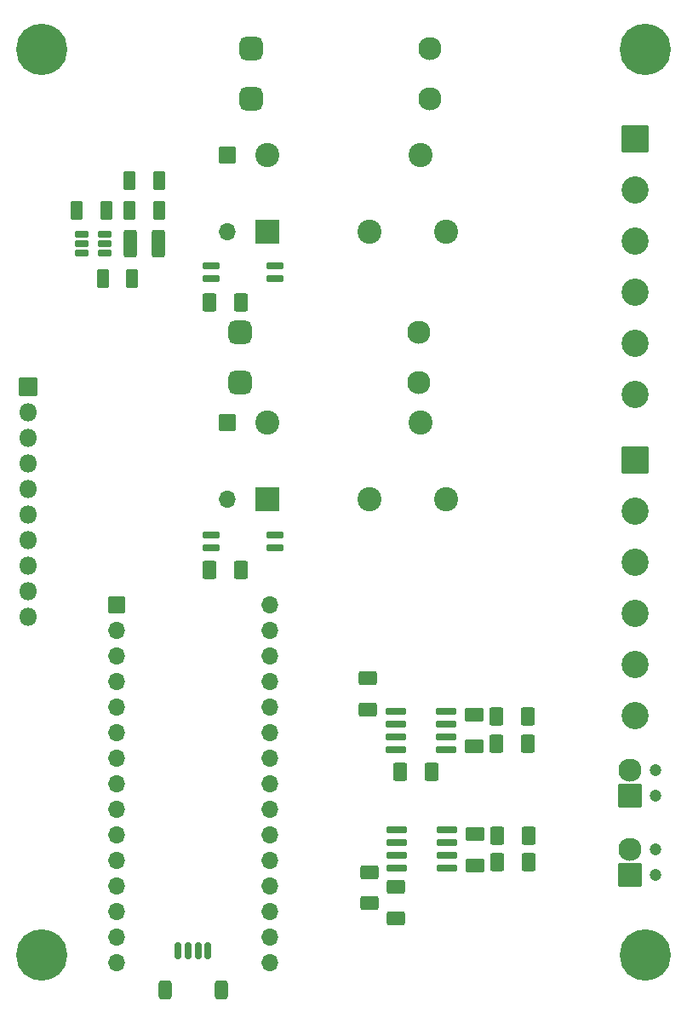
<source format=gbr>
%TF.GenerationSoftware,KiCad,Pcbnew,8.0.5*%
%TF.CreationDate,2024-09-29T22:12:38-04:00*%
%TF.ProjectId,BREAD_Slice,42524541-445f-4536-9c69-63652e6b6963,rev?*%
%TF.SameCoordinates,PX74eba40PY8552dc0*%
%TF.FileFunction,Soldermask,Bot*%
%TF.FilePolarity,Negative*%
%FSLAX46Y46*%
G04 Gerber Fmt 4.6, Leading zero omitted, Abs format (unit mm)*
G04 Created by KiCad (PCBNEW 8.0.5) date 2024-09-29 22:12:38*
%MOMM*%
%LPD*%
G01*
G04 APERTURE LIST*
G04 Aperture macros list*
%AMRoundRect*
0 Rectangle with rounded corners*
0 $1 Rounding radius*
0 $2 $3 $4 $5 $6 $7 $8 $9 X,Y pos of 4 corners*
0 Add a 4 corners polygon primitive as box body*
4,1,4,$2,$3,$4,$5,$6,$7,$8,$9,$2,$3,0*
0 Add four circle primitives for the rounded corners*
1,1,$1+$1,$2,$3*
1,1,$1+$1,$4,$5*
1,1,$1+$1,$6,$7*
1,1,$1+$1,$8,$9*
0 Add four rect primitives between the rounded corners*
20,1,$1+$1,$2,$3,$4,$5,0*
20,1,$1+$1,$4,$5,$6,$7,0*
20,1,$1+$1,$6,$7,$8,$9,0*
20,1,$1+$1,$8,$9,$2,$3,0*%
G04 Aperture macros list end*
%ADD10C,5.100000*%
%ADD11RoundRect,0.050000X-0.800000X-0.800000X0.800000X-0.800000X0.800000X0.800000X-0.800000X0.800000X0*%
%ADD12O,1.700000X1.700000*%
%ADD13RoundRect,0.050000X-0.850000X-0.850000X0.850000X-0.850000X0.850000X0.850000X-0.850000X0.850000X0*%
%ADD14O,1.800000X1.800000*%
%ADD15RoundRect,0.050000X-0.800000X0.800000X-0.800000X-0.800000X0.800000X-0.800000X0.800000X0.800000X0*%
%ADD16C,1.200000*%
%ADD17RoundRect,0.050000X1.100000X-1.100000X1.100000X1.100000X-1.100000X1.100000X-1.100000X-1.100000X0*%
%ADD18C,2.300000*%
%ADD19RoundRect,0.575000X-0.575000X-0.575000X0.575000X-0.575000X0.575000X0.575000X-0.575000X0.575000X0*%
%ADD20RoundRect,0.050000X1.150000X1.150000X-1.150000X1.150000X-1.150000X-1.150000X1.150000X-1.150000X0*%
%ADD21C,2.400000*%
%ADD22RoundRect,0.050000X-1.300000X1.300000X-1.300000X-1.300000X1.300000X-1.300000X1.300000X1.300000X0*%
%ADD23C,2.700000*%
%ADD24RoundRect,0.175000X0.687500X0.175000X-0.687500X0.175000X-0.687500X-0.175000X0.687500X-0.175000X0*%
%ADD25RoundRect,0.269231X0.655769X-0.430769X0.655769X0.430769X-0.655769X0.430769X-0.655769X-0.430769X0*%
%ADD26RoundRect,0.175000X0.175000X0.650000X-0.175000X0.650000X-0.175000X-0.650000X0.175000X-0.650000X0*%
%ADD27RoundRect,0.270833X0.379167X0.679167X-0.379167X0.679167X-0.379167X-0.679167X0.379167X-0.679167X0*%
%ADD28RoundRect,0.269231X-0.430769X-0.655769X0.430769X-0.655769X0.430769X0.655769X-0.430769X0.655769X0*%
%ADD29RoundRect,0.271739X-0.353261X-0.678261X0.353261X-0.678261X0.353261X0.678261X-0.353261X0.678261X0*%
%ADD30RoundRect,0.269231X-0.655769X0.430769X-0.655769X-0.430769X0.655769X-0.430769X0.655769X0.430769X0*%
%ADD31RoundRect,0.175000X0.850000X0.175000X-0.850000X0.175000X-0.850000X-0.175000X0.850000X-0.175000X0*%
%ADD32RoundRect,0.268868X0.681132X-0.443632X0.681132X0.443632X-0.681132X0.443632X-0.681132X-0.443632X0*%
%ADD33RoundRect,0.270000X-0.405000X-1.105000X0.405000X-1.105000X0.405000X1.105000X-0.405000X1.105000X0*%
%ADD34RoundRect,0.271739X0.353261X0.678261X-0.353261X0.678261X-0.353261X-0.678261X0.353261X-0.678261X0*%
%ADD35RoundRect,0.175000X-0.537500X-0.175000X0.537500X-0.175000X0.537500X0.175000X-0.537500X0.175000X0*%
%ADD36RoundRect,0.269231X0.430769X0.655769X-0.430769X0.655769X-0.430769X-0.655769X0.430769X-0.655769X0*%
G04 APERTURE END LIST*
D10*
%TO.C,H1*%
X5000000Y95000000D03*
%TD*%
%TO.C,H3*%
X65000000Y95000000D03*
%TD*%
%TO.C,H2*%
X5000000Y5000000D03*
%TD*%
%TO.C,H4*%
X65000000Y5000000D03*
%TD*%
D11*
%TO.C,A1*%
X12400000Y39800000D03*
D12*
X12400000Y37260000D03*
X12400000Y34720000D03*
X12400000Y32180000D03*
X12400000Y29640000D03*
X12400000Y27100000D03*
X12400000Y24560000D03*
X12400000Y22020000D03*
X12400000Y19480000D03*
X12400000Y16940000D03*
X12400000Y14400000D03*
X12400000Y11860000D03*
X12400000Y9320000D03*
X12400000Y6780000D03*
X12400000Y4240000D03*
X27640000Y4240000D03*
X27640000Y6780000D03*
X27640000Y9320000D03*
X27640000Y11860000D03*
X27640000Y14400000D03*
X27640000Y16940000D03*
X27640000Y19480000D03*
X27640000Y22020000D03*
X27640000Y24560000D03*
X27640000Y27100000D03*
X27640000Y29640000D03*
X27640000Y32180000D03*
X27640000Y34720000D03*
X27640000Y37260000D03*
X27640000Y39800000D03*
%TD*%
D13*
%TO.C,J2*%
X3600000Y61450000D03*
D14*
X3600000Y58910000D03*
X3600000Y56370000D03*
X3600000Y53830000D03*
X3600000Y51290000D03*
X3600000Y48750000D03*
X3600000Y46210000D03*
X3600000Y43670000D03*
X3600000Y41130000D03*
X3600000Y38590000D03*
%TD*%
D15*
%TO.C,D3*%
X23400000Y57910000D03*
D12*
X23400000Y50290000D03*
%TD*%
D16*
%TO.C,J3*%
X66040000Y20800000D03*
X66040000Y23340000D03*
D17*
X63500000Y20800000D03*
D18*
X63500000Y23340000D03*
%TD*%
D19*
%TO.C,F2*%
X24700000Y66900000D03*
X24700000Y61900000D03*
D18*
X42500000Y66900000D03*
X42500000Y61900000D03*
%TD*%
D20*
%TO.C,K2*%
X27425000Y50300000D03*
D21*
X37585000Y50300000D03*
X45205000Y50300000D03*
X42665000Y57920000D03*
X27425000Y57920000D03*
%TD*%
D19*
%TO.C,F1*%
X25800000Y95100000D03*
X25800000Y90100000D03*
D18*
X43600000Y95100000D03*
X43600000Y90100000D03*
%TD*%
D15*
%TO.C,D2*%
X23400000Y84510000D03*
D12*
X23400000Y76890000D03*
%TD*%
D22*
%TO.C,J5*%
X64000000Y86100000D03*
D23*
X64000000Y81020000D03*
X64000000Y75940000D03*
X64000000Y70860000D03*
X64000000Y65780000D03*
X64000000Y60700000D03*
%TD*%
D16*
%TO.C,J4*%
X66040000Y12960000D03*
X66040000Y15500000D03*
D17*
X63500000Y12960000D03*
D18*
X63500000Y15500000D03*
%TD*%
D20*
%TO.C,K1*%
X27425000Y76900000D03*
D21*
X37585000Y76900000D03*
X45205000Y76900000D03*
X42665000Y84520000D03*
X27425000Y84520000D03*
%TD*%
D22*
%TO.C,J6*%
X63995000Y54200000D03*
D23*
X63995000Y49120000D03*
X63995000Y44040000D03*
X63995000Y38960000D03*
X63995000Y33880000D03*
X63995000Y28800000D03*
%TD*%
D24*
%TO.C,U4*%
X28187500Y73535000D03*
X28187500Y72265000D03*
X21812500Y72265000D03*
X21812500Y73535000D03*
%TD*%
D25*
%TO.C,R3*%
X40183810Y8660000D03*
X40183810Y11760000D03*
%TD*%
%TO.C,R2*%
X37400000Y29400000D03*
X37400000Y32500000D03*
%TD*%
D26*
%TO.C,J1*%
X21510000Y5400000D03*
X20510000Y5400000D03*
X19510000Y5400000D03*
X18510000Y5400000D03*
D27*
X22810000Y1525000D03*
X17210000Y1525000D03*
%TD*%
D28*
%TO.C,FB3*%
X50283810Y14210000D03*
X53383810Y14210000D03*
%TD*%
D29*
%TO.C,C3*%
X13725000Y79000000D03*
X16675000Y79000000D03*
%TD*%
D30*
%TO.C,R4*%
X37583810Y13260000D03*
X37583810Y10160000D03*
%TD*%
D28*
%TO.C,FB4*%
X50283810Y16900000D03*
X53383810Y16900000D03*
%TD*%
%TO.C,R5*%
X21650000Y69900000D03*
X24750000Y69900000D03*
%TD*%
D31*
%TO.C,U3*%
X45258810Y17415000D03*
X45258810Y16145000D03*
X45258810Y14875000D03*
X45258810Y13605000D03*
X40308810Y13605000D03*
X40308810Y14875000D03*
X40308810Y16145000D03*
X40308810Y17415000D03*
%TD*%
D32*
%TO.C,C5*%
X47950000Y25737500D03*
X47950000Y28862500D03*
%TD*%
D29*
%TO.C,C4*%
X13725000Y82000000D03*
X16675000Y82000000D03*
%TD*%
D28*
%TO.C,R6*%
X21650000Y43300000D03*
X24750000Y43300000D03*
%TD*%
D33*
%TO.C,L1*%
X13800000Y75700000D03*
X16600000Y75700000D03*
%TD*%
D34*
%TO.C,C1*%
X11375000Y79000000D03*
X8425000Y79000000D03*
%TD*%
D28*
%TO.C,FB2*%
X50200000Y28700000D03*
X53300000Y28700000D03*
%TD*%
D24*
%TO.C,U5*%
X28187500Y46735000D03*
X28187500Y45465000D03*
X21812500Y45465000D03*
X21812500Y46735000D03*
%TD*%
D31*
%TO.C,U2*%
X45175000Y29215000D03*
X45175000Y27945000D03*
X45175000Y26675000D03*
X45175000Y25405000D03*
X40225000Y25405000D03*
X40225000Y26675000D03*
X40225000Y27945000D03*
X40225000Y29215000D03*
%TD*%
D35*
%TO.C,U1*%
X8962500Y74750000D03*
X8962500Y75700000D03*
X8962500Y76650000D03*
X11237500Y76650000D03*
X11237500Y75700000D03*
X11237500Y74750000D03*
%TD*%
D28*
%TO.C,FB1*%
X50200000Y26010000D03*
X53300000Y26010000D03*
%TD*%
D34*
%TO.C,C2*%
X13975000Y72200000D03*
X11025000Y72200000D03*
%TD*%
D36*
%TO.C,R1*%
X43750000Y23200000D03*
X40650000Y23200000D03*
%TD*%
D32*
%TO.C,C6*%
X48033810Y13937500D03*
X48033810Y17062500D03*
%TD*%
M02*

</source>
